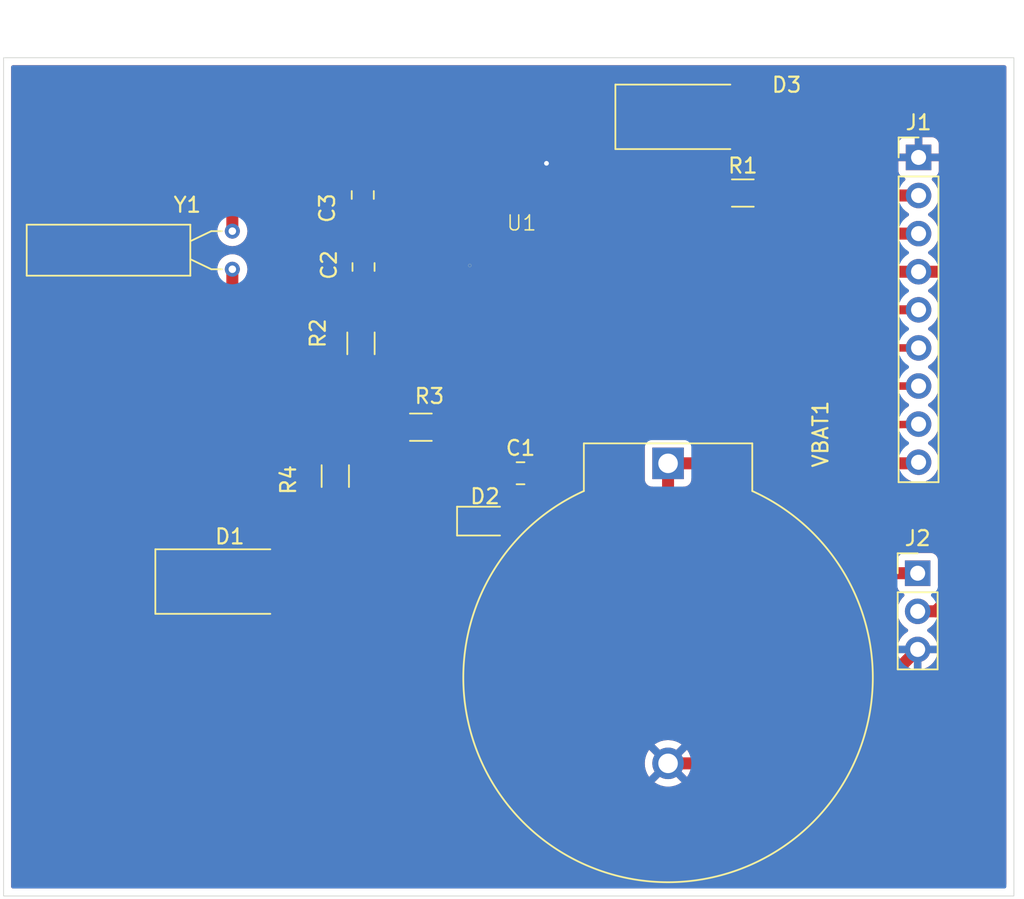
<source format=kicad_pcb>
(kicad_pcb (version 20240108) (generator "pcbnew") (generator_version "8.0")
  (layers (0 "F.Cu" signal) (31 "B.Cu" power) (34 "B.Paste" user) (35 "F.Paste" user) (36 "B.SilkS" user "B.Silkscreen") (37 "F.SilkS" user "F.Silkscreen") (38 "B.Mask" user) (39 "F.Mask" user) (44 "Edge.Cuts" user))
  (net 0 "")
  (net 1 "/VDD")
  (net 2 "GND")
  (net 3 "/OSCO")
  (net 4 "/OSCI")
  (net 5 "/VBAT")
  (net 6 "Net-(D3-A)")
  (net 7 "/SDO")
  (net 8 "/CLKOUT")
  (net 9 "/SCL")
  (net 10 "/SDI")
  (net 11 "/CE")
  (net 12 "/CLKOE")
  (net 13 "Net-(R2-Pad1)")
  (net 14 "/INT")
  (net 18 "Net-(D2-K)")
  (footprint "Resistor_SMD:R_1206_3216Metric_Pad1.30x1.75mm_HandSolder" (layer "F.Cu") (at 154.18 84.91 -90)
    (property "Reference" "R4" (at 0.25 3.13 90) (layer "F.SilkS"))
    (property "Value" "10k")
    (fp_line (start -0.727064 0.91) (end 0.727064 0.91) (stroke (width 0.12)) (layer "F.SilkS"))
    (fp_line (start -0.727064 -0.91) (end 0.727064 -0.91) (stroke (width 0.12)) (layer "F.SilkS"))
    (pad "1" smd roundrect (at -1.55 0 270) (size 1.3 1.75) (layers "F.Cu" "F.Paste" "F.Mask") (roundrect_rratio 0.192308) (net 14 "/INT"))
    (pad "2" smd roundrect (at 1.55 0 270) (size 1.3 1.75) (layers "F.Cu" "F.Paste" "F.Mask") (roundrect_rratio 0.192308) (net 1 "/VDD"))
  )
  (footprint "Resistor_SMD:R_1206_3216Metric_Pad1.30x1.75mm_HandSolder" (layer "F.Cu") (at 155.89 76.06 90)
    (property "Reference" "R2" (at 0.67 -2.87 -90) (layer "F.SilkS"))
    (property "Value" "0E")
    (fp_line (start -0.727064 -0.91) (end 0.727064 -0.91) (stroke (width 0.12)) (layer "F.SilkS"))
    (fp_line (start -0.727064 0.91) (end 0.727064 0.91) (stroke (width 0.12)) (layer "F.SilkS"))
    (pad "1" smd roundrect (at -1.55 0 90) (size 1.3 1.75) (layers "F.Cu" "F.Paste" "F.Mask") (roundrect_rratio 0.192308) (net 13 "Net-(R2-Pad1)"))
    (pad "2" smd roundrect (at 1.55 0 90) (size 1.3 1.75) (layers "F.Cu" "F.Paste" "F.Mask") (roundrect_rratio 0.192308) (net 3 "/OSCO"))
  )
  (footprint "Diode_SMD:D_SMA-SMB_Universal_Handsoldering" (layer "F.Cu") (at 177.8 60.96)
    (property "Reference" "D3" (at 6.45 -2.13 0) (layer "F.SilkS"))
    (property "Value" "BAS316")
    (fp_line (start -4.96 -2.15) (end -4.96 2.15) (stroke (width 0.12)) (layer "F.SilkS"))
    (fp_line (start -4.96 -2.15) (end 2.7 -2.15) (stroke (width 0.12)) (layer "F.SilkS"))
    (fp_line (start -4.96 2.15) (end 2.7 2.15) (stroke (width 0.12)) (layer "F.SilkS"))
    (pad "1" smd trapezoid (at -2.9 0) (size 3.6 1.7) (rect_delta 0.6 0) (layers "F.Cu" "F.Paste" "F.Mask") (net 1 "/VDD"))
    (pad "2" smd trapezoid (at 2.9 0 180) (size 3.6 1.7) (rect_delta 0.6 0) (layers "F.Cu" "F.Paste" "F.Mask") (net 6 "Net-(D3-A)"))
  )
  (footprint "Battery:BatteryHolder_ComfortableElectronic_CH273-2450_1x2450" (layer "F.Cu") (at 176.35 84.06 -90)
    (property "Reference" "VBAT1" (at -1.950913 -10.16 90) (layer "F.SilkS"))
    (property "Value" "1.5V")
    (fp_line (start -1.33 5.61) (end -1.33 -5.61) (stroke (width 0.12)) (layer "F.SilkS"))
    (fp_line (start 1.845 5.61) (end -1.33 5.61) (stroke (width 0.12)) (layer "F.SilkS"))
    (fp_line (start -1.33 -5.61) (end 1.845 -5.61) (stroke (width 0.12)) (layer "F.SilkS"))
    (fp_arc (start 1.845 -5.61) (mid 27.921896 0) (end 1.845 5.61) (stroke (width 0.12)) (layer "F.SilkS"))
    (pad "1" thru_hole rect (at 0 0 180) (size 2.1 2.1) (drill 1.3) (layers "*.Cu" "*.Mask") (net 5 "/VBAT"))
    (pad "2" thru_hole circle (at 20 0 180) (size 2.1 2.1) (drill 1.3) (layers "*.Cu" "*.Mask") (net 2 "GND"))
  )
  (footprint "Crystal:Crystal_AT310_D3.0mm_L10.0mm_Horizontal" (layer "F.Cu") (at 147.32 68.58 -90)
    (property "Reference" "Y1" (at -1.75 3 180) (layer "F.SilkS"))
    (property "Value" "Crystal_Small")
    (fp_line (start -0.43 13.7) (end 2.97 13.7) (stroke (width 0.12)) (layer "F.SilkS"))
    (fp_line (start 2.97 13.7) (end 2.97 2.8) (stroke (width 0.12)) (layer "F.SilkS"))
    (fp_line (start -0.43 2.8) (end -0.43 13.7) (stroke (width 0.12)) (layer "F.SilkS"))
    (fp_line (start 0.67 2.8) (end 0 1.4) (stroke (width 0.12)) (layer "F.SilkS"))
    (fp_line (start 1.87 2.8) (end 2.54 1.4) (stroke (width 0.12)) (layer "F.SilkS"))
    (fp_line (start 2.97 2.8) (end -0.43 2.8) (stroke (width 0.12)) (layer "F.SilkS"))
    (fp_line (start 0 1.4) (end 0 0.7) (stroke (width 0.12)) (layer "F.SilkS"))
    (fp_line (start 2.54 1.4) (end 2.54 0.7) (stroke (width 0.12)) (layer "F.SilkS"))
    (pad "1" thru_hole circle (at 2.54 0 270) (size 1 1) (drill 0.5) (layers "*.Cu" "*.Mask") (net 13 "Net-(R2-Pad1)"))
    (pad "2" thru_hole circle (at 0 0 270) (size 1 1) (drill 0.5) (layers "*.Cu" "*.Mask") (net 4 "/OSCI"))
  )
  (footprint "Capacitor_SMD:C_0805_2012Metric_Pad1.18x1.45mm_HandSolder" (layer "F.Cu") (at 156.01 66.17 90)
    (property "Reference" "C3" (at -0.88 -2.37 -90) (layer "F.SilkS"))
    (property "Value" "7pf")
    (fp_line (start -0.261252 -0.735) (end 0.261252 -0.735) (stroke (width 0.12)) (layer "F.SilkS"))
    (fp_line (start -0.261252 0.735) (end 0.261252 0.735) (stroke (width 0.12)) (layer "F.SilkS"))
    (pad "1" smd roundrect (at -1.0375 0 90) (size 1.175 1.45) (layers "F.Cu" "F.Paste" "F.Mask") (roundrect_rratio 0.212766) (net 2 "GND"))
    (pad "2" smd roundrect (at 1.0375 0 90) (size 1.175 1.45) (layers "F.Cu" "F.Paste" "F.Mask") (roundrect_rratio 0.212766) (net 4 "/OSCI"))
  )
  (footprint "Resistor_SMD:R_1206_3216Metric_Pad1.30x1.75mm_HandSolder" (layer "F.Cu") (at 159.88 81.65)
    (property "Reference" "R3" (at 0.57 -2.07 0) (layer "F.SilkS"))
    (property "Value" "820E")
    (fp_line (start -0.727064 -0.91) (end 0.727064 -0.91) (stroke (width 0.12)) (layer "F.SilkS"))
    (fp_line (start -0.727064 0.91) (end 0.727064 0.91) (stroke (width 0.12)) (layer "F.SilkS"))
    (pad "1" smd roundrect (at -1.55 0) (size 1.3 1.75) (layers "F.Cu" "F.Paste" "F.Mask") (roundrect_rratio 0.192308) (net 14 "/INT"))
    (pad "2" smd roundrect (at 1.55 0) (size 1.3 1.75) (layers "F.Cu" "F.Paste" "F.Mask") (roundrect_rratio 0.192308) (net 18 "Net-(D2-K)"))
  )
  (footprint "Diode_SMD:D_SMA-SMB_Universal_Handsoldering" (layer "F.Cu") (at 147.15 91.94)
    (property "Reference" "D1" (at 0 -3 360) (layer "F.SilkS"))
    (property "Value" "BAS316")
    (fp_line (start -4.96 -2.15) (end -4.96 2.15) (stroke (width 0.12)) (layer "F.SilkS"))
    (fp_line (start -4.96 -2.15) (end 2.7 -2.15) (stroke (width 0.12)) (layer "F.SilkS"))
    (fp_line (start -4.96 2.15) (end 2.7 2.15) (stroke (width 0.12)) (layer "F.SilkS"))
    (pad "1" smd trapezoid (at -2.9 0) (size 3.6 1.7) (rect_delta 0.6 0) (layers "F.Cu" "F.Paste" "F.Mask") (net 1 "/VDD"))
    (pad "2" smd trapezoid (at 2.9 0 180) (size 3.6 1.7) (rect_delta 0.6 0) (layers "F.Cu" "F.Paste" "F.Mask") (net 5 "/VBAT"))
  )
  (footprint "Capacitor_SMD:C_0805_2012Metric_Pad1.18x1.45mm_HandSolder" (layer "F.Cu") (at 156.06 70.97 -90)
    (property "Reference" "C2" (at -0.13 2.3 90) (layer "F.SilkS"))
    (property "Value" "7pf")
    (fp_line (start -0.261252 0.735) (end 0.261252 0.735) (stroke (width 0.12)) (layer "F.SilkS"))
    (fp_line (start -0.261252 -0.735) (end 0.261252 -0.735) (stroke (width 0.12)) (layer "F.SilkS"))
    (pad "1" smd roundrect (at -1.0375 0 270) (size 1.175 1.45) (layers "F.Cu" "F.Paste" "F.Mask") (roundrect_rratio 0.212766) (net 2 "GND"))
    (pad "2" smd roundrect (at 1.0375 0 270) (size 1.175 1.45) (layers "F.Cu" "F.Paste" "F.Mask") (roundrect_rratio 0.212766) (net 3 "/OSCO"))
  )
  (footprint "Capacitor_SMD:C_0805_2012Metric_Pad1.18x1.45mm_HandSolder" (layer "F.Cu") (at 166.52 84.72)
    (property "Reference" "C1" (at 0 -1.68 360) (layer "F.SilkS"))
    (property "Value" "100nf")
    (fp_line (start -0.261252 -0.735) (end 0.261252 -0.735) (stroke (width 0.12)) (layer "F.SilkS"))
    (fp_line (start -0.261252 0.735) (end 0.261252 0.735) (stroke (width 0.12)) (layer "F.SilkS"))
    (pad "1" smd roundrect (at -1.0375 0) (size 1.175 1.45) (layers "F.Cu" "F.Paste" "F.Mask") (roundrect_rratio 0.212766) (net 2 "GND"))
    (pad "2" smd roundrect (at 1.0375 0) (size 1.175 1.45) (layers "F.Cu" "F.Paste" "F.Mask") (roundrect_rratio 0.212766) (net 1 "/VDD"))
  )
  (footprint "Library:PCF2123TS_RTC" (layer "F.Cu") (at 162.34 70.47)
    (property "Reference" "U1" (at 4.25 -2.43 0) (layer "F.SilkS") (effects (font (thickness 0.1))))
    (property "Value" "~")
    (fp_circle (center 0.8 0.4) (end 0.9 0.4) (stroke (width 0.01)) (fill none) (layer "F.SilkS"))
    (pad "1" smd custom (at 0 0) (size 1 0.2) (layers "F.Cu" "F.Paste" "F.Mask") (net 4 "/OSCI") (options (clearance outline) (anchor rect)) (primitives))
    (pad "2" smd custom (at 0 0.65) (size 1 0.2) (layers "F.Cu" "F.Paste" "F.Mask") (net 3 "/OSCO") (options (clearance outline) (anchor rect)) (primitives))
    (pad "3" smd custom (at 0 1.3) (size 1 0.2) (layers "F.Cu" "F.Paste" "F.Mask") (options (clearance outline) (anchor rect)) (primitives))
    (pad "4" smd custom (at 0 1.95) (size 1 0.2) (layers "F.Cu" "F.Paste" "F.Mask") (options (clearance outline) (anchor rect)) (primitives))
    (pad "5" smd custom (at 0 2.6) (size 1 0.2) (layers "F.Cu" "F.Paste" "F.Mask") (net 14 "/INT") (options (clearance outline) (anchor rect)) (primitives))
    (pad "6" smd custom (at 0 3.25) (size 1 0.2) (layers "F.Cu" "F.Paste" "F.Mask") (net 11 "/CE") (options (clearance outline) (anchor rect)) (primitives))
    (pad "7" smd custom (at 0.01 3.898214) (size 1 0.2) (layers "F.Cu" "F.Paste" "F.Mask") (net 2 "GND") (options (clearance outline) (anchor rect)) (primitives))
    (pad "8" smd custom (at 5.3 3.9) (size 1 0.2) (layers "F.Cu" "F.Paste" "F.Mask") (net 7 "/SDO") (options (clearance outline) (anchor rect)) (primitives))
    (pad "9" smd custom (at 5.3 3.25) (size 1 0.2) (layers "F.Cu" "F.Paste" "F.Mask") (net 10 "/SDI") (options (clearance outline) (anchor rect)) (primitives))
    (pad "10" smd custom (at 5.3 2.6) (size 1 0.2) (layers "F.Cu" "F.Paste" "F.Mask") (net 9 "/SCL") (options (clearance outline) (anchor rect)) (primitives))
    (pad "11" smd custom (at 5.3 1.95) (size 1 0.2) (layers "F.Cu" "F.Paste" "F.Mask") (options (clearance outline) (anchor rect)) (primitives))
    (pad "12" smd custom (at 5.3 1.3) (size 1 0.2) (layers "F.Cu" "F.Paste" "F.Mask") (net 12 "/CLKOE") (options (clearance outline) (anchor rect)) (primitives))
    (pad "13" smd custom (at 5.3 0.65) (size 1 0.2) (layers "F.Cu" "F.Paste" "F.Mask") (net 8 "/CLKOUT") (options (clearance outline) (anchor rect)) (primitives))
    (pad "14" smd custom (at 5.3 0) (size 1 0.2) (layers "F.Cu" "F.Paste" "F.Mask") (net 1 "/VDD") (options (clearance outline) (anchor rect)) (primitives))
  )
  (footprint "Connector_PinHeader_2.54mm:PinHeader_1x03_P2.54mm_Vertical" (layer "F.Cu") (at 192.98 91.385)
    (property "Reference" "J2" (at 0 -2.33 0) (layer "F.SilkS"))
    (property "Value" "Conn_01x03")
    (fp_line (start -1.33 -1.33) (end 0 -1.33) (stroke (width 0.12)) (layer "F.SilkS"))
    (fp_line (start -1.33 0) (end -1.33 -1.33) (stroke (width 0.12)) (layer "F.SilkS"))
    (fp_line (start -1.33 1.27) (end -1.33 6.41) (stroke (width 0.12)) (layer "F.SilkS"))
    (fp_line (start -1.33 1.27) (end 1.33 1.27) (stroke (width 0.12)) (layer "F.SilkS"))
    (fp_line (start -1.33 6.41) (end 1.33 6.41) (stroke (width 0.12)) (layer "F.SilkS"))
    (fp_line (start 1.33 1.27) (end 1.33 6.41) (stroke (width 0.12)) (layer "F.SilkS"))
    (pad "1" thru_hole rect (at 0 0) (size 1.7 1.7) (drill 1) (layers "*.Cu" "*.Mask") (net 1 "/VDD"))
    (pad "2" thru_hole oval (at 0 2.54) (size 1.7 1.7) (drill 1) (layers "*.Cu" "*.Mask") (net 12 "/CLKOE"))
    (pad "3" thru_hole oval (at 0 5.08) (size 1.7 1.7) (drill 1) (layers "*.Cu" "*.Mask") (net 2 "GND"))
  )
  (footprint "Connector_PinHeader_2.54mm:PinHeader_1x09_P2.54mm_Vertical" (layer "F.Cu") (at 193.04 63.665)
    (property "Reference" "J1" (at 0 -2.33 0) (layer "F.SilkS"))
    (property "Value" "Conn_01x09")
    (fp_line (start -1.33 -1.33) (end 0 -1.33) (stroke (width 0.12)) (layer "F.SilkS"))
    (fp_line (start -1.33 0) (end -1.33 -1.33) (stroke (width 0.12)) (layer "F.SilkS"))
    (fp_line (start -1.33 1.27) (end -1.33 21.65) (stroke (width 0.12)) (layer "F.SilkS"))
    (fp_line (start -1.33 1.27) (end 1.33 1.27) (stroke (width 0.12)) (layer "F.SilkS"))
    (fp_line (start -1.33 21.65) (end 1.33 21.65) (stroke (width 0.12)) (layer "F.SilkS"))
    (fp_line (start 1.33 1.27) (end 1.33 21.65) (stroke (width 0.12)) (layer "F.SilkS"))
    (pad "1" thru_hole rect (at 0 0) (size 1.7 1.7) (drill 1) (layers "*.Cu" "*.Mask") (net 2 "GND"))
    (pad "2" thru_hole oval (at 0 2.54) (size 1.7 1.7) (drill 1) (layers "*.Cu" "*.Mask") (net 6 "Net-(D3-A)"))
    (pad "3" thru_hole oval (at 0 5.08) (size 1.7 1.7) (drill 1) (layers "*.Cu" "*.Mask") (net 8 "/CLKOUT"))
    (pad "4" thru_hole oval (at 0 7.62) (size 1.7 1.7) (drill 1) (layers "*.Cu" "*.Mask") (net 12 "/CLKOE"))
    (pad "5" thru_hole oval (at 0 10.16) (size 1.7 1.7) (drill 1) (layers "*.Cu" "*.Mask") (net 9 "/SCL"))
    (pad "6" thru_hole oval (at 0 12.7) (size 1.7 1.7) (drill 1) (layers "*.Cu" "*.Mask") (net 10 "/SDI"))
    (pad "7" thru_hole oval (at 0 15.24) (size 1.7 1.7) (drill 1) (layers "*.Cu" "*.Mask") (net 7 "/SDO"))
    (pad "8" thru_hole oval (at 0 17.78) (size 1.7 1.7) (drill 1) (layers "*.Cu" "*.Mask") (net 11 "/CE"))
    (pad "9" thru_hole oval (at 0 20.32) (size 1.7 1.7) (drill 1) (layers "*.Cu" "*.Mask") (net 5 "/VBAT"))
  )
  (footprint "Resistor_SMD:R_1206_3216Metric_Pad1.30x1.75mm_HandSolder" (layer "F.Cu") (at 181.33 66.04)
    (property "Reference" "R1" (at 0 -1.82 0) (layer "F.SilkS"))
    (property "Value" "22K")
    (fp_line (start -0.727064 -0.91) (end 0.727064 -0.91) (stroke (width 0.12)) (layer "F.SilkS"))
    (fp_line (start -0.727064 0.91) (end 0.727064 0.91) (stroke (width 0.12)) (layer "F.SilkS"))
    (pad "1" smd roundrect (at -1.55 0) (size 1.3 1.75) (layers "F.Cu" "F.Paste" "F.Mask") (roundrect_rratio 0.192308) (net 1 "/VDD"))
    (pad "2" smd roundrect (at 1.55 0) (size 1.3 1.75) (layers "F.Cu" "F.Paste" "F.Mask") (roundrect_rratio 0.192308) (net 8 "/CLKOUT"))
  )
  (footprint "LED_SMD:LED_0805_2012Metric_Pad1.15x1.40mm_HandSolder" (layer "F.Cu") (at 164.1525 87.91)
    (property "Reference" "D2" (at 0 -1.65 360) (layer "F.SilkS"))
    (property "Value" "LED")
    (fp_line (start -1.86 -0.96) (end -1.86 0.96) (stroke (width 0.12)) (layer "F.SilkS"))
    (fp_line (start -1.86 0.96) (end 1 0.96) (stroke (width 0.12)) (layer "F.SilkS"))
    (fp_line (start 1 -0.96) (end -1.86 -0.96) (stroke (width 0.12)) (layer "F.SilkS"))
    (pad "1" smd roundrect (at -1.025 0) (size 1.15 1.4) (layers "F.Cu" "F.Paste" "F.Mask") (roundrect_rratio 0.217391) (net 18 "Net-(D2-K)"))
    (pad "2" smd roundrect (at 1.025 0) (size 1.15 1.4) (layers "F.Cu" "F.Paste" "F.Mask") (roundrect_rratio 0.217391) (net 1 "/VDD"))
  )
  (gr_rect (start 132.08 57.02) (end 199.39 112.9) (stroke (width 0.05)) (fill none) (layer "Edge.Cuts"))
  (segment (start 154.18 87.89) (end 157.46 91.17) (width 0.8) (layer "F.Cu") (net 1))
  (segment (start 176.78 62.84) (end 174.9 60.96) (width 0.8) (layer "F.Cu") (net 1))
  (segment (start 161.9175 91.17) (end 165.1775 87.91) (width 0.8) (layer "F.Cu") (net 1))
  (segment (start 172.72 66.04) (end 179.78 66.04) (width 0.8) (layer "F.Cu") (net 1))
  (segment (start 154.18 86.46) (end 154.18 87.89) (width 0.8) (layer "F.Cu") (net 1))
  (segment (start 151.29 98.98) (end 144.25 91.94) (width 0.8) (layer "F.Cu") (net 1))
  (segment (start 141.555 84.075) (end 143.94 86.46) (width 0.8) (layer "F.Cu") (net 1))
  (segment (start 137.4 60.96) (end 137.4 79.92) (width 0.8) (layer "F.Cu") (net 1))
  (segment (start 157.46 91.17) (end 161.9175 91.17) (width 0.8) (layer "F.Cu") (net 1))
  (segment (start 176.78 66.04) (end 176.78 62.84) (width 0.8) (layer "F.Cu") (net 1))
  (segment (start 137.4 79.92) (end 141.555 84.075) (width 0.8) (layer "F.Cu") (net 1))
  (segment (start 167.64 70.47) (end 168.29 70.47) (width 0.3) (layer "F.Cu") (net 1))
  (segment (start 144.25 91.94) (end 141.555 89.245) (width 0.8) (layer "F.Cu") (net 1))
  (segment (start 179.78 66.04) (end 176.78 66.04) (width 0.8) (layer "F.Cu") (net 1))
  (segment (start 143.94 86.46) (end 154.18 86.46) (width 0.8) (layer "F.Cu") (net 1))
  (segment (start 174.9 60.96) (end 137.4 60.96) (width 0.8) (layer "F.Cu") (net 1))
  (segment (start 166.32 87.91) (end 165.1775 87.91) (width 0.8) (layer "F.Cu") (net 1))
  (segment (start 167.5575 84.72) (end 167.5575 86.6725) (width 0.8) (layer "F.Cu") (net 1))
  (segment (start 167.5575 86.6725) (end 166.32 87.91) (width 0.8) (layer "F.Cu") (net 1))
  (segment (start 174.9 60.96) (end 172.72 60.96) (width 0.8) (layer "F.Cu") (net 1))
  (segment (start 168.29 70.47) (end 172.72 66.04) (width 0.3) (layer "F.Cu") (net 1))
  (segment (start 174.74 98.98) (end 151.29 98.98) (width 0.8) (layer "F.Cu") (net 1))
  (segment (start 192.98 91.385) (end 182.335 91.385) (width 0.8) (layer "F.Cu") (net 1))
  (segment (start 182.335 91.385) (end 174.74 98.98) (width 0.8) (layer "F.Cu") (net 1))
  (segment (start 141.555 89.245) (end 141.555 84.075) (width 0.8) (layer "F.Cu") (net 1))
  (segment (start 176.35 104.06) (end 185.385 104.06) (width 0.8) (layer "F.Cu") (net 2))
  (segment (start 161.591786 74.368214) (end 161.591786 79.259286) (width 0.2) (layer "F.Cu") (net 2))
  (segment (start 162.35 74.368214) (end 161.591786 74.368214) (width 0.2) (layer "F.Cu") (net 2))
  (segment (start 162.35 74.368214) (end 161.228214 74.368214) (width 0.2) (layer "F.Cu") (net 2))
  (segment (start 162.35 74.368214) (end 162.35 75.45) (width 0.2) (layer "F.Cu") (net 2))
  (segment (start 185.385 104.06) (end 192.98 96.465) (width 0.8) (layer "F.Cu") (net 2))
  (via (at 168.25 64.06) (size 0.6) (drill 0.3) (layers "F.Cu" "B.Cu") (net 2))
  (via (at 168.25 64.06) (size 0.6) (drill 0.3) (layers "F.Cu" "B.Cu") (net 2))
  (segment (start 193.04 63.665) (end 195.335 63.665) (width 0.2) (layer "B.Cu") (net 2))
  (segment (start 158.9325 72.0075) (end 159.82 71.12) (width 0.2) (layer "F.Cu") (net 3))
  (segment (start 155.89 72.1775) (end 156.06 72.0075) (width 0.8) (layer "F.Cu") (net 3))
  (segment (start 155.89 74.51) (end 155.89 72.1775) (width 0.8) (layer "F.Cu") (net 3))
  (segment (start 162.34 71.12) (end 159.82 71.12) (width 0.2) (layer "F.Cu") (net 3))
  (segment (start 156.06 72.0075) (end 157.5225 72.0075) (width 0.8) (layer "F.Cu") (net 3))
  (segment (start 157.5225 72.0075) (end 158.9325 72.0075) (width 0.2) (layer "F.Cu") (net 3))
  (segment (start 147.9575 65.1325) (end 156.01 65.1325) (width 0.8) (layer "F.Cu") (net 4))
  (segment (start 156.01 65.1325) (end 161.0625 65.1325) (width 0.8) (layer "F.Cu") (net 4))
  (segment (start 147.32 68.58) (end 147.32 65.77) (width 0.8) (layer "F.Cu") (net 4))
  (segment (start 162.34 70.47) (end 163.42 70.47) (width 0.3) (layer "F.Cu") (net 4))
  (segment (start 161.0625 65.1325) (end 162.345 66.415) (width 0.8) (layer "F.Cu") (net 4))
  (segment (start 147.32 65.77) (end 147.9575 65.1325) (width 0.8) (layer "F.Cu") (net 4))
  (segment (start 163.42 67.49) (end 162.345 66.415) (width 0.3) (layer "F.Cu") (net 4))
  (segment (start 163.42 70.47) (end 163.42 67.49) (width 0.3) (layer "F.Cu") (net 4))
  (segment (start 176.35 87.72) (end 175.81 88.51) (width 0.8) (layer "F.Cu") (net 5))
  (segment (start 176.35 84.06) (end 176.35 87.72) (width 0.8) (layer "F.Cu") (net 5))
  (segment (start 176.35 84.06) (end 192.965 84.06) (width 0.8) (layer "F.Cu") (net 5))
  (segment (start 152.49 94.38) (end 150.05 91.94) (width 0.8) (layer "F.Cu") (net 5))
  (segment (start 166.61 94.38) (end 152.49 94.38) (width 0.8) (layer "F.Cu") (net 5))
  (segment (start 175.81 88.51) (end 166.61 94.38) (width 0.8) (layer "F.Cu") (net 5))
  (segment (start 192.965 84.06) (end 193.04 83.985) (width 0.8) (layer "F.Cu") (net 5))
  (segment (start 185.49 60.96) (end 180.7 60.96) (width 0.8) (layer "F.Cu") (net 6))
  (segment (start 193.04 66.205) (end 190.735 66.205) (width 0.8) (layer "F.Cu") (net 6))
  (segment (start 190.735 66.205) (end 185.49 60.96) (width 0.8) (layer "F.Cu") (net 6))
  (segment (start 167.64 74.37) (end 169.21 74.37) (width 0.2) (layer "F.Cu") (net 7))
  (segment (start 193.04 78.905) (end 170.345 78.905) (width 0.5) (layer "F.Cu") (net 7))
  (segment (start 169.21 74.37) (end 169.21 77.77) (width 0.2) (layer "F.Cu") (net 7))
  (segment (start 169.21 77.77) (end 170.345 78.905) (width 0.2) (layer "F.Cu") (net 7))
  (segment (start 169.68 71.12) (end 169.8 71.12) (width 0.2) (layer "F.Cu") (net 8))
  (segment (start 169.55 71.12) (end 169.68 71.12) (width 0.2) (layer "F.Cu") (net 8))
  (segment (start 189.975 68.745) (end 187.27 66.04) (width 0.8) (layer "F.Cu") (net 8))
  (segment (start 169.8 71.12) (end 169.92 71.12) (width 0.2) (layer "F.Cu") (net 8))
  (segment (start 170.35 71.12) (end 171.89 69.58) (width 0.2) (layer "F.Cu") (net 8))
  (segment (start 169.68 71.12) (end 170.35 71.12) (width 0.2) (layer "F.Cu") (net 8))
  (segment (start 182.59 67.51) (end 182.88 67.22) (width 0.6) (layer "F.Cu") (net 8))
  (segment (start 180.78 69.32) (end 182.59 67.51) (width 0.6) (layer "F.Cu") (net 8))
  (segment (start 167.64 71.12) (end 169.3 71.12) (width 0.2) (layer "F.Cu") (net 8))
  (segment (start 193.04 68.745) (end 189.975 68.745) (width 0.8) (layer "F.Cu") (net 8))
  (segment (start 171.89 69.58) (end 172.15 69.32) (width 0.2) (layer "F.Cu") (net 8))
  (segment (start 169.95 71.12) (end 170.05 71.12) (width 0.2) (layer "F.Cu") (net 8))
  (segment (start 182.88 67.22) (end 182.88 66.04) (width 0.6) (layer "F.Cu") (net 8))
  (segment (start 172.15 69.32) (end 173.95 69.32) (width 0.2) (layer "F.Cu") (net 8))
  (segment (start 169.92 71.12) (end 169.95 71.12) (width 0.2) (layer "F.Cu") (net 8))
  (segment (start 187.27 66.04) (end 182.88 66.04) (width 0.8) (layer "F.Cu") (net 8))
  (segment (start 169.3 71.12) (end 169.55 71.12) (width 0.2) (layer "F.Cu") (net 8))
  (segment (start 173.95 69.32) (end 180.78 69.32) (width 0.6) (layer "F.Cu") (net 8))
  (segment (start 170.67 72.73) (end 171.1 72.73) (width 0.2) (layer "F.Cu") (net 9))
  (segment (start 171.35 72.73) (end 172.445 73.825) (width 0.2) (layer "F.Cu") (net 9))
  (segment (start 168.78 72.73) (end 170.67 72.73) (width 0.2) (layer "F.Cu") (net 9))
  (segment (start 172.445 73.825) (end 173.6 73.825) (width 0.2) (layer "F.Cu") (net 9))
  (segment (start 167.64 73.07) (end 168.44 73.07) (width 0.2) (layer "F.Cu") (net 9))
  (segment (start 170.67 72.73) (end 171.35 72.73) (width 0.2) (layer "F.Cu") (net 9))
  (segment (start 173.6 73.825) (end 193.04 73.825) (width 0.6) (layer "F.Cu") (net 9))
  (segment (start 168.44 73.07) (end 168.78 72.73) (width 0.2) (layer "F.Cu") (net 9))
  (segment (start 167.64 73.72) (end 168.91 73.72) (width 0.2) (layer "F.Cu") (net 10))
  (segment (start 193.04 76.365) (end 183.045 76.365) (width 0.5) (layer "F.Cu") (net 10))
  (segment (start 169.72 73.72) (end 170.24 73.72) (width 0.2) (layer "F.Cu") (net 10))
  (segment (start 183.045 76.365) (end 172.885 76.365) (width 0.5) (layer "F.Cu") (net 10))
  (segment (start 168.91 73.72) (end 169.72 73.72) (width 0.2) (layer "F.Cu") (net 10))
  (segment (start 170.92 74.4) (end 172.72 76.2) (width 0.5) (layer "F.Cu") (net 10))
  (segment (start 170.24 73.72) (end 170.92 74.4) (width 0.2) (layer "F.Cu") (net 10))
  (segment (start 172.885 76.365) (end 172.72 76.2) (width 0.5) (layer "F.Cu") (net 10))
  (segment (start 162.34 73.72) (end 164.16 73.72) (width 0.2) (layer "F.Cu") (net 11))
  (segment (start 193.04 81.445) (end 183.44384 81.69) (width 0.5) (layer "F.Cu") (net 11))
  (segment (start 167.88 81.69) (end 164.207354 75.242646) (width 0.5) (layer "F.Cu") (net 11))
  (segment (start 164.16 75.195292) (end 164.207354 75.242646) (width 0.2) (layer "F.Cu") (net 11))
  (segment (start 164.16 73.72) (end 164.16 75.195292) (width 0.2) (layer "F.Cu") (net 11))
  (segment (start 162.34 73.72) (end 163.213876 73.72) (width 0.2) (layer "F.Cu") (net 11))
  (segment (start 183.44384 81.69) (end 167.88 81.69) (width 0.5) (layer "F.Cu") (net 11))
  (segment (start 173.455 71.285) (end 174.4 71.285) (width 0.2) (layer "F.Cu") (net 12))
  (segment (start 171.79 71.77) (end 172.25 71.77) (width 0.2) (layer "F.Cu") (net 12))
  (segment (start 196.81 71.285) (end 193.04 71.285) (width 0.8) (layer "F.Cu") (net 12))
  (segment (start 172.97 71.77) (end 173.455 71.285) (width 0.2) (layer "F.Cu") (net 12))
  (segment (start 172.25 71.77) (end 172.97 71.77) (width 0.2) (layer "F.Cu") (net 12))
  (segment (start 193.04 71.285) (end 174.4 71.285) (width 0.8) (layer "F.Cu") (net 12))
  (segment (start 171.79 71.77) (end 167.64 71.77) (width 0.2) (layer "F.Cu") (net 12))
  (segment (start 196.81 71.285) (end 196.81 91.297081) (width 0.8) (layer "F.Cu") (net 12))
  (segment (start 196.81 91.297081) (end 194.182081 93.925) (width 0.8) (layer "F.Cu") (net 12))
  (segment (start 194.182081 93.925) (end 192.98 93.925) (width 0.8) (layer "F.Cu") (net 12))
  (segment (start 155.89 77.61) (end 151.05 77.61) (width 0.8) (layer "F.Cu") (net 13))
  (segment (start 151.05 77.61) (end 147.32 73.88) (width 0.8) (layer "F.Cu") (net 13))
  (segment (start 147.32 73.88) (end 147.32 71.12) (width 0.8) (layer "F.Cu") (net 13))
  (segment (start 154.18 83.36) (end 156.62 83.36) (width 0.8) (layer "F.Cu") (net 14))
  (segment (start 162.34 73.07) (end 161.16 73.07) (width 0.2) (layer "F.Cu") (net 14))
  (segment (start 159.794872 74.144872) (end 158.33 75.609744) (width 0.5) (layer "F.Cu") (net 14))
  (segment (start 158.33 75.609744) (end 158.33 81.65) (width 0.5) (layer "F.Cu") (net 14))
  (segment (start 160.869744 73.07) (end 159.794872 74.144872) (width 0.2) (layer "F.Cu") (net 14))
  (segment (start 156.62 83.36) (end 158.33 81.65) (width 0.8) (layer "F.Cu") (net 14))
  (segment (start 161.16 73.07) (end 160.869744 73.07) (width 0.2) (layer "F.Cu") (net 14))
  (segment (start 163.1275 83.3475) (end 161.43 81.65) (width 0.8) (layer "F.Cu") (net 18))
  (segment (start 163.1275 87.91) (end 163.1275 83.3475) (width 0.8) (layer "F.Cu") (net 18))
  (zone (net 2) (net_name "GND") (layer "F.Cu") (connect_pads (clearance 0.5)) (min_thickness 0.25) (fill yes (thermal_gap 0.5) (thermal_bridge_width 0.5))
    (polygon (pts (xy 132.083565 56.893565) (xy 199.96 56.11) (xy 199.944472 56.329715) (xy 199.765724 112.81) (xy 199.67 112.81) (xy 199.706984 112.209795) (xy 132.000632 112.71) (xy 132.19 56.77) (xy 131.96 56.77)))
  )
  (zone (net 2) (net_name "GND") (layer "B.Cu") (priority 1) (connect_pads (clearance 0.5)) (min_thickness 0.25) (fill yes (thermal_gap 0.5) (thermal_bridge_width 0.5))
    (polygon (pts (xy 199.86 56.405046) (xy 200.08946 56.852712) (xy 199.829233 113.09145) (xy 132.605915 112.434759) (xy 132.119555 111.93) (xy 131.84 56.72) (xy 131.94 56.71)))
  )
)
</source>
